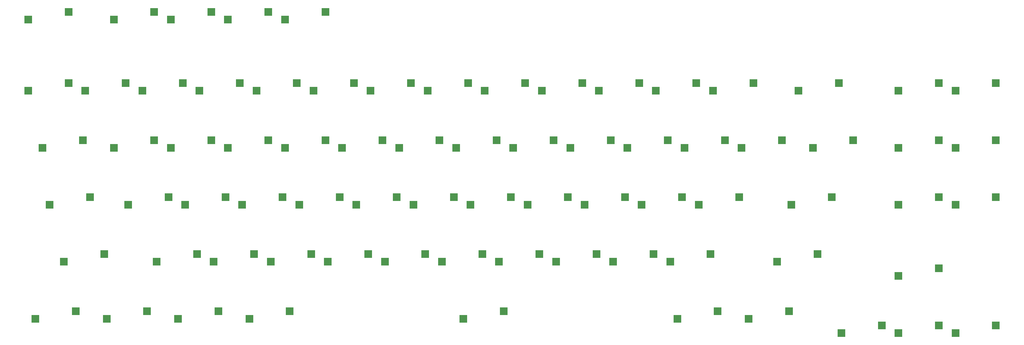
<source format=gbr>
%TF.GenerationSoftware,KiCad,Pcbnew,5.1.8*%
%TF.CreationDate,2021-03-07T21:10:39-03:00*%
%TF.ProjectId,undiscipline-noled,756e6469-7363-4697-906c-696e652d6e6f,rev?*%
%TF.SameCoordinates,Original*%
%TF.FileFunction,Glue,Bot*%
%TF.FilePolarity,Positive*%
%FSLAX46Y46*%
G04 Gerber Fmt 4.6, Leading zero omitted, Abs format (unit mm)*
G04 Created by KiCad (PCBNEW 5.1.8) date 2021-03-07 21:10:39*
%MOMM*%
%LPD*%
G01*
G04 APERTURE LIST*
%ADD10R,2.550000X2.500000*%
G04 APERTURE END LIST*
D10*
%TO.C,SW75*%
X353390000Y-176210000D03*
X366840000Y-173670000D03*
%TD*%
%TO.C,SW74*%
X334390000Y-176210000D03*
X347840000Y-173670000D03*
%TD*%
%TO.C,SW73*%
X315390000Y-176210000D03*
X328840000Y-173670000D03*
%TD*%
%TO.C,SW72*%
X284515000Y-171460000D03*
X297965000Y-168920000D03*
%TD*%
%TO.C,SW71*%
X260765000Y-171460000D03*
X274215000Y-168920000D03*
%TD*%
%TO.C,SW70*%
X189515000Y-171460000D03*
X202965000Y-168920000D03*
%TD*%
%TO.C,SW69*%
X118265000Y-171460000D03*
X131715000Y-168920000D03*
%TD*%
%TO.C,SW68*%
X94515000Y-171460000D03*
X107965000Y-168920000D03*
%TD*%
%TO.C,SW67*%
X70765000Y-171460000D03*
X84215000Y-168920000D03*
%TD*%
%TO.C,SW66*%
X47015000Y-171460000D03*
X60465000Y-168920000D03*
%TD*%
%TO.C,SW65*%
X334390000Y-157210000D03*
X347840000Y-154670000D03*
%TD*%
%TO.C,SW64*%
X294015000Y-152460000D03*
X307465000Y-149920000D03*
%TD*%
%TO.C,SW63*%
X258390000Y-152460000D03*
X271840000Y-149920000D03*
%TD*%
%TO.C,SW62*%
X239390000Y-152460000D03*
X252840000Y-149920000D03*
%TD*%
%TO.C,SW61*%
X220390000Y-152460000D03*
X233840000Y-149920000D03*
%TD*%
%TO.C,SW60*%
X201390000Y-152460000D03*
X214840000Y-149920000D03*
%TD*%
%TO.C,SW59*%
X182390000Y-152460000D03*
X195840000Y-149920000D03*
%TD*%
%TO.C,SW58*%
X163390000Y-152460000D03*
X176840000Y-149920000D03*
%TD*%
%TO.C,SW57*%
X144390000Y-152460000D03*
X157840000Y-149920000D03*
%TD*%
%TO.C,SW56*%
X125390000Y-152460000D03*
X138840000Y-149920000D03*
%TD*%
%TO.C,SW55*%
X106390000Y-152460000D03*
X119840000Y-149920000D03*
%TD*%
%TO.C,SW54*%
X87390000Y-152460000D03*
X100840000Y-149920000D03*
%TD*%
%TO.C,SW53*%
X56515000Y-152460000D03*
X69965000Y-149920000D03*
%TD*%
%TO.C,SW52*%
X353390000Y-133460000D03*
X366840000Y-130920000D03*
%TD*%
%TO.C,SW51*%
X334390000Y-133460000D03*
X347840000Y-130920000D03*
%TD*%
%TO.C,SW50*%
X298765000Y-133460000D03*
X312215000Y-130920000D03*
%TD*%
%TO.C,SW49*%
X267890000Y-133460000D03*
X281340000Y-130920000D03*
%TD*%
%TO.C,SW48*%
X248890000Y-133460000D03*
X262340000Y-130920000D03*
%TD*%
%TO.C,SW47*%
X229890000Y-133460000D03*
X243340000Y-130920000D03*
%TD*%
%TO.C,SW46*%
X210890000Y-133460000D03*
X224340000Y-130920000D03*
%TD*%
%TO.C,SW45*%
X191890000Y-133460000D03*
X205340000Y-130920000D03*
%TD*%
%TO.C,SW44*%
X172890000Y-133460000D03*
X186340000Y-130920000D03*
%TD*%
%TO.C,SW43*%
X153890000Y-133460000D03*
X167340000Y-130920000D03*
%TD*%
%TO.C,SW42*%
X134890000Y-133460000D03*
X148340000Y-130920000D03*
%TD*%
%TO.C,SW41*%
X115890000Y-133460000D03*
X129340000Y-130920000D03*
%TD*%
%TO.C,SW40*%
X96890000Y-133460000D03*
X110340000Y-130920000D03*
%TD*%
%TO.C,SW39*%
X77890000Y-133460000D03*
X91340000Y-130920000D03*
%TD*%
%TO.C,SW38*%
X51765000Y-133460000D03*
X65215000Y-130920000D03*
%TD*%
%TO.C,SW37*%
X353390000Y-114460000D03*
X366840000Y-111920000D03*
%TD*%
%TO.C,SW36*%
X334390000Y-114460000D03*
X347840000Y-111920000D03*
%TD*%
%TO.C,SW35*%
X305890000Y-114460000D03*
X319340000Y-111920000D03*
%TD*%
%TO.C,SW34*%
X282140000Y-114460000D03*
X295590000Y-111920000D03*
%TD*%
%TO.C,SW33*%
X263140000Y-114460000D03*
X276590000Y-111920000D03*
%TD*%
%TO.C,SW32*%
X244140000Y-114460000D03*
X257590000Y-111920000D03*
%TD*%
%TO.C,SW31*%
X225140000Y-114460000D03*
X238590000Y-111920000D03*
%TD*%
%TO.C,SW30*%
X206140000Y-114460000D03*
X219590000Y-111920000D03*
%TD*%
%TO.C,SW29*%
X187140000Y-114460000D03*
X200590000Y-111920000D03*
%TD*%
%TO.C,SW28*%
X168140000Y-114460000D03*
X181590000Y-111920000D03*
%TD*%
%TO.C,SW27*%
X149140000Y-114460000D03*
X162590000Y-111920000D03*
%TD*%
%TO.C,SW26*%
X130140000Y-114460000D03*
X143590000Y-111920000D03*
%TD*%
%TO.C,SW25*%
X111140000Y-114460000D03*
X124590000Y-111920000D03*
%TD*%
%TO.C,SW24*%
X92140000Y-114460000D03*
X105590000Y-111920000D03*
%TD*%
%TO.C,SW23*%
X73140000Y-114460000D03*
X86590000Y-111920000D03*
%TD*%
%TO.C,SW22*%
X49390000Y-114460000D03*
X62840000Y-111920000D03*
%TD*%
%TO.C,SW21*%
X353390000Y-95460000D03*
X366840000Y-92920000D03*
%TD*%
%TO.C,SW20*%
X334390000Y-95460000D03*
X347840000Y-92920000D03*
%TD*%
%TO.C,SW19*%
X301140000Y-95460000D03*
X314590000Y-92920000D03*
%TD*%
%TO.C,SW18*%
X272640000Y-95460000D03*
X286090000Y-92920000D03*
%TD*%
%TO.C,SW17*%
X253640000Y-95460000D03*
X267090000Y-92920000D03*
%TD*%
%TO.C,SW16*%
X234640000Y-95460000D03*
X248090000Y-92920000D03*
%TD*%
%TO.C,SW15*%
X215640000Y-95460000D03*
X229090000Y-92920000D03*
%TD*%
%TO.C,SW14*%
X196640000Y-95460000D03*
X210090000Y-92920000D03*
%TD*%
%TO.C,SW13*%
X177640000Y-95460000D03*
X191090000Y-92920000D03*
%TD*%
%TO.C,SW12*%
X158640000Y-95460000D03*
X172090000Y-92920000D03*
%TD*%
%TO.C,SW11*%
X139640000Y-95460000D03*
X153090000Y-92920000D03*
%TD*%
%TO.C,SW10*%
X120640000Y-95460000D03*
X134090000Y-92920000D03*
%TD*%
%TO.C,SW9*%
X101640000Y-95460000D03*
X115090000Y-92920000D03*
%TD*%
%TO.C,SW8*%
X82640000Y-95460000D03*
X96090000Y-92920000D03*
%TD*%
%TO.C,SW7*%
X63640000Y-95460000D03*
X77090000Y-92920000D03*
%TD*%
%TO.C,SW6*%
X44640000Y-95460000D03*
X58090000Y-92920000D03*
%TD*%
%TO.C,SW5*%
X130140000Y-71710000D03*
X143590000Y-69170000D03*
%TD*%
%TO.C,SW4*%
X111140000Y-71710000D03*
X124590000Y-69170000D03*
%TD*%
%TO.C,SW3*%
X92140000Y-71710000D03*
X105590000Y-69170000D03*
%TD*%
%TO.C,SW2*%
X73140000Y-71710000D03*
X86590000Y-69170000D03*
%TD*%
%TO.C,SW1*%
X44640000Y-71710000D03*
X58090000Y-69170000D03*
%TD*%
M02*

</source>
